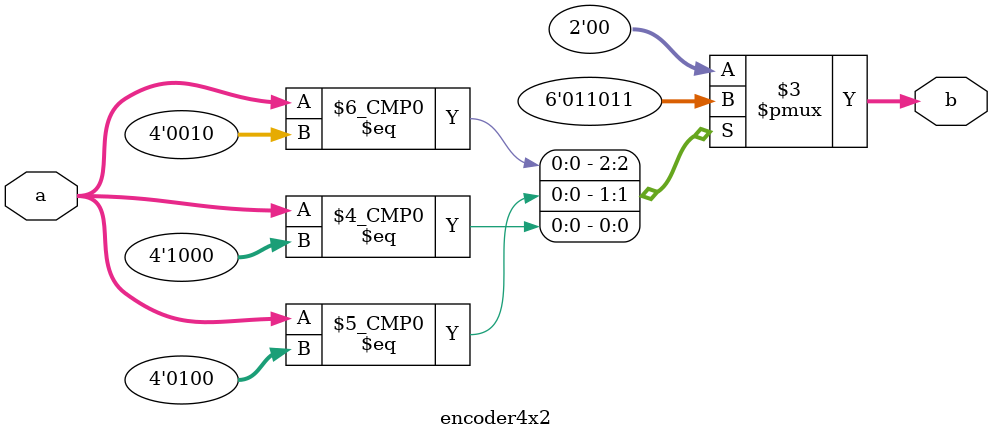
<source format=v>
module encoder4x2(
input[3:0]a,
output reg[1:0]b);
always @(*) begin
case(a)
4'b0001:b=2'b00;
4'b0010:b=2'b01;
4'b0100:b=2'b10;
4'b1000:b=2'b11;
default b=2'b00;
endcase
end
endmodule

</source>
